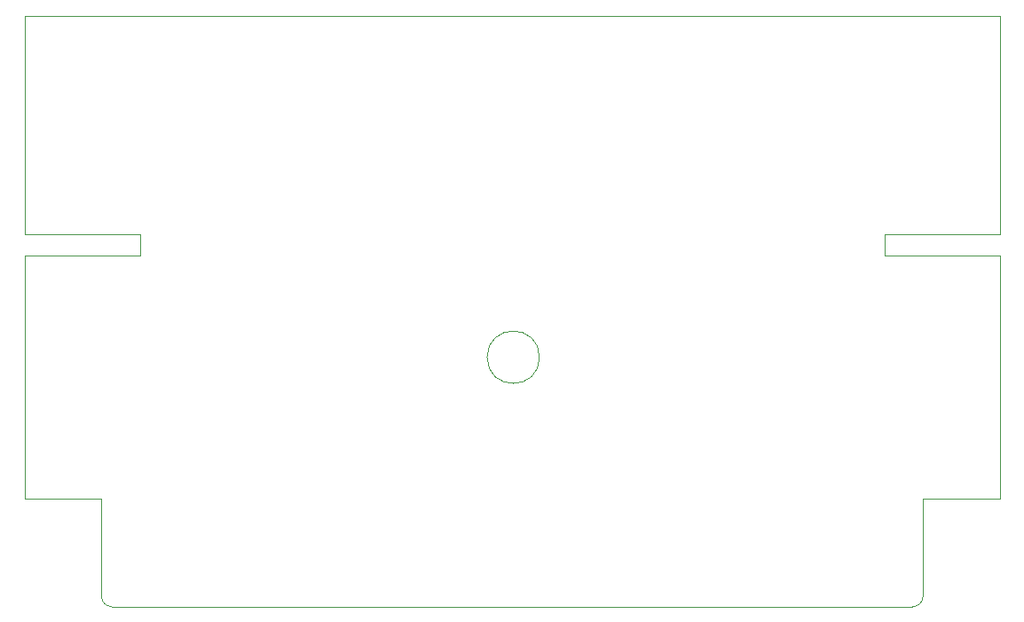
<source format=gbr>
%TF.GenerationSoftware,KiCad,Pcbnew,7.0.10*%
%TF.CreationDate,2024-03-07T11:58:07+00:00*%
%TF.ProjectId,v0a,7630612e-6b69-4636-9164-5f7063625858,rev?*%
%TF.SameCoordinates,Original*%
%TF.FileFunction,Profile,NP*%
%FSLAX46Y46*%
G04 Gerber Fmt 4.6, Leading zero omitted, Abs format (unit mm)*
G04 Created by KiCad (PCBNEW 7.0.10) date 2024-03-07 11:58:07*
%MOMM*%
%LPD*%
G01*
G04 APERTURE LIST*
%TA.AperFunction,Profile*%
%ADD10C,0.100000*%
%TD*%
G04 APERTURE END LIST*
D10*
X121500000Y-57900000D02*
X121500000Y-81100000D01*
X28500000Y-55900000D02*
X28500000Y-35000000D01*
X121500000Y-55900000D02*
X121500000Y-35000000D01*
X113200000Y-91400000D02*
X36800000Y-91400000D01*
X121500000Y-57900000D02*
X110500000Y-57900000D01*
X110500000Y-55900000D02*
X121500000Y-55900000D01*
X77600000Y-67600000D02*
G75*
G03*
X72600000Y-67600000I-2500000J0D01*
G01*
X72600000Y-67600000D02*
G75*
G03*
X77600000Y-67600000I2500000J0D01*
G01*
X121500000Y-35000000D02*
X28500000Y-35000000D01*
X114200000Y-81100000D02*
X114200000Y-90400000D01*
X113200000Y-91400000D02*
G75*
G03*
X114200000Y-90400000I0J1000000D01*
G01*
X39500000Y-55900000D02*
X39500000Y-57900000D01*
X121500000Y-81100000D02*
X114200000Y-81100000D01*
X28500000Y-57900000D02*
X28500000Y-81100000D01*
X35800000Y-90400000D02*
G75*
G03*
X36800000Y-91400000I1000000J0D01*
G01*
X28500000Y-55900000D02*
X39500000Y-55900000D01*
X110500000Y-57900000D02*
X110500000Y-55900000D01*
X35800000Y-81100000D02*
X28500000Y-81100000D01*
X35800000Y-90400000D02*
X35800000Y-81100000D01*
X39500000Y-57900000D02*
X28500000Y-57900000D01*
M02*

</source>
